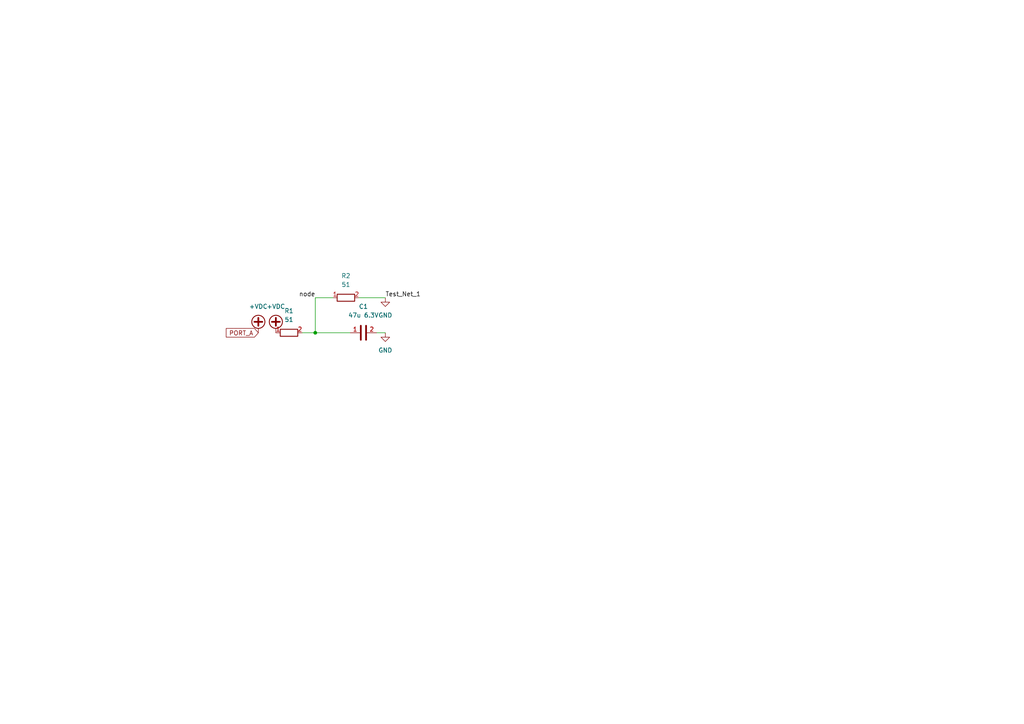
<source format=kicad_sch>
(kicad_sch (version 20211123) (generator eeschema)
  (paper "A4")
  (title_block (title "Simple Circuit") (date "2022-08-02") (rev "v01"))
  (lib_symbols
    (symbol "Device:C" (pin_names (offset 0.254))
      (property "Reference" "C" (at 0.635 2.54 0))
      (property "Value" "C" (at 0.635 -2.54 0))
      (symbol "C_0_1"
        (polyline (pts (xy -2.032 -0.762) (xy 2.032 -0.762)) (stroke (width 0.508)))
        (polyline (pts (xy -2.032 0.762) (xy 2.032 0.762)) (stroke (width 0.508)))
      )
      (symbol "C_1_1"
        (pin passive line (at 0 3.81 270) (length 2.794) (name "~") (number "1"))
        (pin passive line (at 0 -3.81 90) (length 2.794) (name "~") (number "2"))
      )
    )
    (symbol "Device:R" (pin_names (offset 0))
      (property "Reference" "R" (at 2.032 0 90))
      (property "Value" "R" (at 0 0 90))
      (symbol "R_0_1"
        (rectangle (start -1.016 -2.54) (end 1.016 2.54) (stroke (width 0.254)))
      )
      (symbol "R_1_1"
        (pin passive line (at 0 3.81 270) (length 1.27) (name "~") (number "1"))
        (pin passive line (at 0 -3.81 90) (length 1.27) (name "~") (number "2"))
      )
    )
    (symbol "power:+VDC" (power) (pin_names (offset 0))
      (property "Value" "+VDC" (at 0 6.35 0))
      (symbol "+VDC_0_1"
        (polyline (pts (xy -1.143 3.175) (xy 1.143 3.175)) (stroke (width 0.508)))
        (polyline (pts (xy 0 0) (xy 0 1.27)))
        (polyline (pts (xy 0 2.032) (xy 0 4.318)) (stroke (width 0.508)))
        (circle (center 0 3.175) (radius 1.905) (stroke (width 0.254)))
      )
      (symbol "+VDC_1_1"
        (pin power_in line (at 0 0 90) (length 0) hide (name "+VDC") (number "1"))
      )
    )
    (symbol "power:GND" (power) (pin_names (offset 0))
      (property "Value" "GND" (at 0 -3.81 0))
      (symbol "GND_0_1"
        (polyline (pts (xy 0 0) (xy 0 -1.27) (xy 1.27 -1.27) (xy 0 -2.54) (xy -1.27 -1.27) (xy 0 -1.27)))
      )
      (symbol "GND_1_1"
        (pin power_in line (at 0 0 270) (length 0) hide (name "GND") (number "1"))
      )
    )
  )
  (junction (at 91.44 96.52))
  (wire (pts (xy 91.44 86.36) (xy 91.44 96.52)))
  (wire (pts (xy 104.14 86.36) (xy 111.76 86.36)))
  (wire (pts (xy 91.44 86.36) (xy 96.52 86.36)))
  (wire (pts (xy 87.63 96.52) (xy 91.44 96.52)))
  (wire (pts (xy 109.22 96.52) (xy 111.76 96.52)))
  (wire (pts (xy 91.44 96.52) (xy 101.6 96.52)))
  (label "node" (at 91.44 86.36 180))
  (label "Test_Net_1" (at 111.76 86.36 0))
  (global_label "PORT_A" (shape input) (at 74.93 96.52 180) (property "Intersheet References" "${INTERSHEET_REFS}" (effects hide)))
  (symbol (lib_id "Device:R") (at 83.82 96.52 90) (unit 1)
    (property "Reference" "R1" (at 83.82 90.17 90))
    (property "Value" "51" (at 83.82 92.71 90))
  )
  (symbol (lib_id "power:GND") (at 111.76 96.52 0) (unit 1)
    (property "Reference" "#PWR?" (effects hide))
    (property "Value" "GND" (at 111.76 101.6 0))
  )
  (symbol (lib_id "power:+VDC") (at 80.01 96.52 0) (unit 1)
    (property "Reference" "#PWR?" (effects hide))
    (property "Value" "+VDC" (at 80.01 88.9 0))
  )
  (symbol (lib_id "Device:R") (at 100.33 86.36 90) (unit 1)
    (property "Reference" "R2" (at 100.33 80.01 90))
    (property "Value" "51" (at 100.33 82.55 90))
  )
  (symbol (lib_id "power:+VDC") (at 74.93 96.52 0) (unit 1)
    (property "Reference" "#PWR?" (effects hide))
    (property "Value" "+VDC" (at 74.93 88.9 0))
  )
  (symbol (lib_id "Device:C") (at 105.41 96.52 90) (unit 1)
    (property "Reference" "C1" (at 105.41 88.9 90))
    (property "Value" "47u 6.3V" (at 105.41 91.44 90))
  )
  (symbol (lib_id "power:GND") (at 111.76 86.36 0) (unit 1)
    (property "Reference" "#PWR?" (effects hide))
    (property "Value" "GND" (at 111.76 91.44 0))
  )
)
</source>
